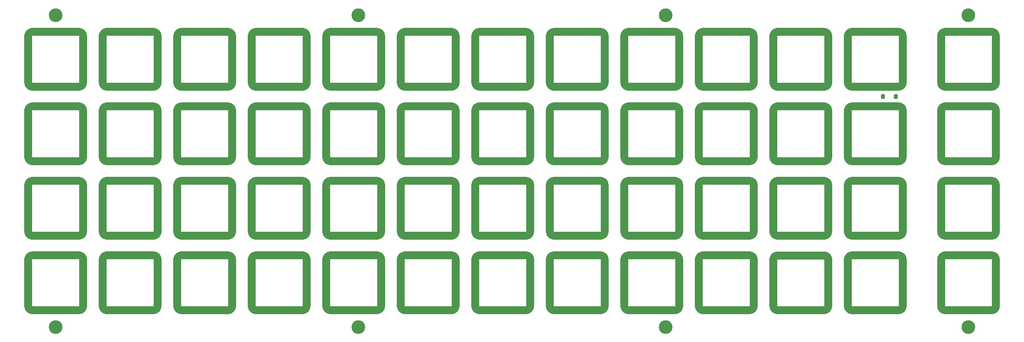
<source format=gbr>
G04 #@! TF.GenerationSoftware,KiCad,Pcbnew,(5.1.10-1-10_14)*
G04 #@! TF.CreationDate,2021-09-26T11:43:42-05:00*
G04 #@! TF.ProjectId,ori_top_plate,6f72695f-746f-4705-9f70-6c6174652e6b,rev?*
G04 #@! TF.SameCoordinates,Original*
G04 #@! TF.FileFunction,Soldermask,Bot*
G04 #@! TF.FilePolarity,Negative*
%FSLAX46Y46*%
G04 Gerber Fmt 4.6, Leading zero omitted, Abs format (unit mm)*
G04 Created by KiCad (PCBNEW (5.1.10-1-10_14)) date 2021-09-26 11:43:42*
%MOMM*%
%LPD*%
G01*
G04 APERTURE LIST*
%ADD10C,2.000000*%
%ADD11C,3.500000*%
G04 APERTURE END LIST*
D10*
X315373170Y-113156700D02*
X315373170Y-101156700D01*
X314373170Y-114156700D02*
X302373170Y-114156700D01*
X301373170Y-113156700D02*
X301373170Y-101156700D01*
X314373170Y-100156700D02*
X302373170Y-100156700D01*
X315373170Y-113156700D02*
G75*
G02*
X314373170Y-114156700I-1000000J0D01*
G01*
X302373170Y-114156700D02*
G75*
G02*
X301373170Y-113156700I0J1000000D01*
G01*
X301373170Y-101156700D02*
G75*
G02*
X302373170Y-100156700I1000000J0D01*
G01*
X314373170Y-100156700D02*
G75*
G02*
X315373170Y-101156700I0J-1000000D01*
G01*
X162972530Y-56006460D02*
X162972530Y-44006460D01*
X161972530Y-57006460D02*
X149972530Y-57006460D01*
X148972530Y-56006460D02*
X148972530Y-44006460D01*
X161972530Y-43006460D02*
X149972530Y-43006460D01*
X162972530Y-56006460D02*
G75*
G02*
X161972530Y-57006460I-1000000J0D01*
G01*
X149972530Y-57006460D02*
G75*
G02*
X148972530Y-56006460I0J1000000D01*
G01*
X148972530Y-44006460D02*
G75*
G02*
X149972530Y-43006460I1000000J0D01*
G01*
X161972530Y-43006460D02*
G75*
G02*
X162972530Y-44006460I0J-1000000D01*
G01*
X396336010Y-113156700D02*
X396336010Y-101156700D01*
X395336010Y-114156700D02*
X383336010Y-114156700D01*
X382336010Y-113156700D02*
X382336010Y-101156700D01*
X395336010Y-100156700D02*
X383336010Y-100156700D01*
X396336010Y-113156700D02*
G75*
G02*
X395336010Y-114156700I-1000000J0D01*
G01*
X383336010Y-114156700D02*
G75*
G02*
X382336010Y-113156700I0J1000000D01*
G01*
X382336010Y-101156700D02*
G75*
G02*
X383336010Y-100156700I1000000J0D01*
G01*
X395336010Y-100156700D02*
G75*
G02*
X396336010Y-101156700I0J-1000000D01*
G01*
X396335890Y-94106428D02*
X396335890Y-82106428D01*
X395335890Y-95106428D02*
X383335890Y-95106428D01*
X382335890Y-94106428D02*
X382335890Y-82106428D01*
X395335890Y-81106428D02*
X383335890Y-81106428D01*
X396335890Y-94106428D02*
G75*
G02*
X395335890Y-95106428I-1000000J0D01*
G01*
X383335890Y-95106428D02*
G75*
G02*
X382335890Y-94106428I0J1000000D01*
G01*
X382335890Y-82106428D02*
G75*
G02*
X383335890Y-81106428I1000000J0D01*
G01*
X395335890Y-81106428D02*
G75*
G02*
X396335890Y-82106428I0J-1000000D01*
G01*
X396335890Y-75056444D02*
X396335890Y-63056444D01*
X395335890Y-76056444D02*
X383335890Y-76056444D01*
X382335890Y-75056444D02*
X382335890Y-63056444D01*
X395335890Y-62056444D02*
X383335890Y-62056444D01*
X396335890Y-75056444D02*
G75*
G02*
X395335890Y-76056444I-1000000J0D01*
G01*
X383335890Y-76056444D02*
G75*
G02*
X382335890Y-75056444I0J1000000D01*
G01*
X382335890Y-63056444D02*
G75*
G02*
X383335890Y-62056444I1000000J0D01*
G01*
X395335890Y-62056444D02*
G75*
G02*
X396335890Y-63056444I0J-1000000D01*
G01*
X396336010Y-56006460D02*
X396336010Y-44006460D01*
X395336010Y-57006460D02*
X383336010Y-57006460D01*
X382336010Y-56006460D02*
X382336010Y-44006460D01*
X395336010Y-43006460D02*
X383336010Y-43006460D01*
X396336010Y-56006460D02*
G75*
G02*
X395336010Y-57006460I-1000000J0D01*
G01*
X383336010Y-57006460D02*
G75*
G02*
X382336010Y-56006460I0J1000000D01*
G01*
X382336010Y-44006460D02*
G75*
G02*
X383336010Y-43006460I1000000J0D01*
G01*
X395336010Y-43006460D02*
G75*
G02*
X396336010Y-44006460I0J-1000000D01*
G01*
X372523410Y-113156700D02*
X372523410Y-101156700D01*
X371523410Y-114156700D02*
X359523410Y-114156700D01*
X358523410Y-113156700D02*
X358523410Y-101156700D01*
X371523410Y-100156700D02*
X359523410Y-100156700D01*
X372523410Y-113156700D02*
G75*
G02*
X371523410Y-114156700I-1000000J0D01*
G01*
X359523410Y-114156700D02*
G75*
G02*
X358523410Y-113156700I0J1000000D01*
G01*
X358523410Y-101156700D02*
G75*
G02*
X359523410Y-100156700I1000000J0D01*
G01*
X371523410Y-100156700D02*
G75*
G02*
X372523410Y-101156700I0J-1000000D01*
G01*
X353473330Y-113160000D02*
X353473330Y-101160000D01*
X352473330Y-114160000D02*
X340473330Y-114160000D01*
X339473330Y-113160000D02*
X339473330Y-101160000D01*
X352473330Y-100160000D02*
X340473330Y-100160000D01*
X353473330Y-113160000D02*
G75*
G02*
X352473330Y-114160000I-1000000J0D01*
G01*
X340473330Y-114160000D02*
G75*
G02*
X339473330Y-113160000I0J1000000D01*
G01*
X339473330Y-101160000D02*
G75*
G02*
X340473330Y-100160000I1000000J0D01*
G01*
X352473330Y-100160000D02*
G75*
G02*
X353473330Y-101160000I0J-1000000D01*
G01*
X334423250Y-113156700D02*
X334423250Y-101156700D01*
X333423250Y-114156700D02*
X321423250Y-114156700D01*
X320423250Y-113156700D02*
X320423250Y-101156700D01*
X333423250Y-100156700D02*
X321423250Y-100156700D01*
X334423250Y-113156700D02*
G75*
G02*
X333423250Y-114156700I-1000000J0D01*
G01*
X321423250Y-114156700D02*
G75*
G02*
X320423250Y-113156700I0J1000000D01*
G01*
X320423250Y-101156700D02*
G75*
G02*
X321423250Y-100156700I1000000J0D01*
G01*
X333423250Y-100156700D02*
G75*
G02*
X334423250Y-101156700I0J-1000000D01*
G01*
X296323090Y-113156700D02*
X296323090Y-101156700D01*
X295323090Y-114156700D02*
X283323090Y-114156700D01*
X282323090Y-113156700D02*
X282323090Y-101156700D01*
X295323090Y-100156700D02*
X283323090Y-100156700D01*
X296323090Y-113156700D02*
G75*
G02*
X295323090Y-114156700I-1000000J0D01*
G01*
X283323090Y-114156700D02*
G75*
G02*
X282323090Y-113156700I0J1000000D01*
G01*
X282323090Y-101156700D02*
G75*
G02*
X283323090Y-100156700I1000000J0D01*
G01*
X295323090Y-100156700D02*
G75*
G02*
X296323090Y-101156700I0J-1000000D01*
G01*
X277273010Y-113156700D02*
X277273010Y-101156700D01*
X276273010Y-114156700D02*
X264273010Y-114156700D01*
X263273010Y-113156700D02*
X263273010Y-101156700D01*
X276273010Y-100156700D02*
X264273010Y-100156700D01*
X277273010Y-113156700D02*
G75*
G02*
X276273010Y-114156700I-1000000J0D01*
G01*
X264273010Y-114156700D02*
G75*
G02*
X263273010Y-113156700I0J1000000D01*
G01*
X263273010Y-101156700D02*
G75*
G02*
X264273010Y-100156700I1000000J0D01*
G01*
X276273010Y-100156700D02*
G75*
G02*
X277273010Y-101156700I0J-1000000D01*
G01*
X258222930Y-113156700D02*
X258222930Y-101156700D01*
X257222930Y-114156700D02*
X245222930Y-114156700D01*
X244222930Y-113156700D02*
X244222930Y-101156700D01*
X257222930Y-100156700D02*
X245222930Y-100156700D01*
X258222930Y-113156700D02*
G75*
G02*
X257222930Y-114156700I-1000000J0D01*
G01*
X245222930Y-114156700D02*
G75*
G02*
X244222930Y-113156700I0J1000000D01*
G01*
X244222930Y-101156700D02*
G75*
G02*
X245222930Y-100156700I1000000J0D01*
G01*
X257222930Y-100156700D02*
G75*
G02*
X258222930Y-101156700I0J-1000000D01*
G01*
X239172850Y-113156700D02*
X239172850Y-101156700D01*
X238172850Y-114156700D02*
X226172850Y-114156700D01*
X225172850Y-113156700D02*
X225172850Y-101156700D01*
X238172850Y-100156700D02*
X226172850Y-100156700D01*
X239172850Y-113156700D02*
G75*
G02*
X238172850Y-114156700I-1000000J0D01*
G01*
X226172850Y-114156700D02*
G75*
G02*
X225172850Y-113156700I0J1000000D01*
G01*
X225172850Y-101156700D02*
G75*
G02*
X226172850Y-100156700I1000000J0D01*
G01*
X238172850Y-100156700D02*
G75*
G02*
X239172850Y-101156700I0J-1000000D01*
G01*
X220122770Y-113156700D02*
X220122770Y-101156700D01*
X219122770Y-114156700D02*
X207122770Y-114156700D01*
X206122770Y-113156700D02*
X206122770Y-101156700D01*
X219122770Y-100156700D02*
X207122770Y-100156700D01*
X220122770Y-113156700D02*
G75*
G02*
X219122770Y-114156700I-1000000J0D01*
G01*
X207122770Y-114156700D02*
G75*
G02*
X206122770Y-113156700I0J1000000D01*
G01*
X206122770Y-101156700D02*
G75*
G02*
X207122770Y-100156700I1000000J0D01*
G01*
X219122770Y-100156700D02*
G75*
G02*
X220122770Y-101156700I0J-1000000D01*
G01*
X201072690Y-113156700D02*
X201072690Y-101156700D01*
X200072690Y-114156700D02*
X188072690Y-114156700D01*
X187072690Y-113156700D02*
X187072690Y-101156700D01*
X200072690Y-100156700D02*
X188072690Y-100156700D01*
X201072690Y-113156700D02*
G75*
G02*
X200072690Y-114156700I-1000000J0D01*
G01*
X188072690Y-114156700D02*
G75*
G02*
X187072690Y-113156700I0J1000000D01*
G01*
X187072690Y-101156700D02*
G75*
G02*
X188072690Y-100156700I1000000J0D01*
G01*
X200072690Y-100156700D02*
G75*
G02*
X201072690Y-101156700I0J-1000000D01*
G01*
X182022610Y-113156700D02*
X182022610Y-101156700D01*
X181022610Y-114156700D02*
X169022610Y-114156700D01*
X168022610Y-113156700D02*
X168022610Y-101156700D01*
X181022610Y-100156700D02*
X169022610Y-100156700D01*
X182022610Y-113156700D02*
G75*
G02*
X181022610Y-114156700I-1000000J0D01*
G01*
X169022610Y-114156700D02*
G75*
G02*
X168022610Y-113156700I0J1000000D01*
G01*
X168022610Y-101156700D02*
G75*
G02*
X169022610Y-100156700I1000000J0D01*
G01*
X181022610Y-100156700D02*
G75*
G02*
X182022610Y-101156700I0J-1000000D01*
G01*
X162972530Y-113156700D02*
X162972530Y-101156700D01*
X161972530Y-114156700D02*
X149972530Y-114156700D01*
X148972530Y-113156700D02*
X148972530Y-101156700D01*
X161972530Y-100156700D02*
X149972530Y-100156700D01*
X162972530Y-113156700D02*
G75*
G02*
X161972530Y-114156700I-1000000J0D01*
G01*
X149972530Y-114156700D02*
G75*
G02*
X148972530Y-113156700I0J1000000D01*
G01*
X148972530Y-101156700D02*
G75*
G02*
X149972530Y-100156700I1000000J0D01*
G01*
X161972530Y-100156700D02*
G75*
G02*
X162972530Y-101156700I0J-1000000D01*
G01*
X372523410Y-94106620D02*
X372523410Y-82106620D01*
X371523410Y-95106620D02*
X359523410Y-95106620D01*
X358523410Y-94106620D02*
X358523410Y-82106620D01*
X371523410Y-81106620D02*
X359523410Y-81106620D01*
X372523410Y-94106620D02*
G75*
G02*
X371523410Y-95106620I-1000000J0D01*
G01*
X359523410Y-95106620D02*
G75*
G02*
X358523410Y-94106620I0J1000000D01*
G01*
X358523410Y-82106620D02*
G75*
G02*
X359523410Y-81106620I1000000J0D01*
G01*
X371523410Y-81106620D02*
G75*
G02*
X372523410Y-82106620I0J-1000000D01*
G01*
X353473330Y-94106620D02*
X353473330Y-82106620D01*
X352473330Y-95106620D02*
X340473330Y-95106620D01*
X339473330Y-94106620D02*
X339473330Y-82106620D01*
X352473330Y-81106620D02*
X340473330Y-81106620D01*
X353473330Y-94106620D02*
G75*
G02*
X352473330Y-95106620I-1000000J0D01*
G01*
X340473330Y-95106620D02*
G75*
G02*
X339473330Y-94106620I0J1000000D01*
G01*
X339473330Y-82106620D02*
G75*
G02*
X340473330Y-81106620I1000000J0D01*
G01*
X352473330Y-81106620D02*
G75*
G02*
X353473330Y-82106620I0J-1000000D01*
G01*
X334423250Y-94106620D02*
X334423250Y-82106620D01*
X333423250Y-95106620D02*
X321423250Y-95106620D01*
X320423250Y-94106620D02*
X320423250Y-82106620D01*
X333423250Y-81106620D02*
X321423250Y-81106620D01*
X334423250Y-94106620D02*
G75*
G02*
X333423250Y-95106620I-1000000J0D01*
G01*
X321423250Y-95106620D02*
G75*
G02*
X320423250Y-94106620I0J1000000D01*
G01*
X320423250Y-82106620D02*
G75*
G02*
X321423250Y-81106620I1000000J0D01*
G01*
X333423250Y-81106620D02*
G75*
G02*
X334423250Y-82106620I0J-1000000D01*
G01*
X315373170Y-94106620D02*
X315373170Y-82106620D01*
X314373170Y-95106620D02*
X302373170Y-95106620D01*
X301373170Y-94106620D02*
X301373170Y-82106620D01*
X314373170Y-81106620D02*
X302373170Y-81106620D01*
X315373170Y-94106620D02*
G75*
G02*
X314373170Y-95106620I-1000000J0D01*
G01*
X302373170Y-95106620D02*
G75*
G02*
X301373170Y-94106620I0J1000000D01*
G01*
X301373170Y-82106620D02*
G75*
G02*
X302373170Y-81106620I1000000J0D01*
G01*
X314373170Y-81106620D02*
G75*
G02*
X315373170Y-82106620I0J-1000000D01*
G01*
X296323090Y-94106620D02*
X296323090Y-82106620D01*
X295323090Y-95106620D02*
X283323090Y-95106620D01*
X282323090Y-94106620D02*
X282323090Y-82106620D01*
X295323090Y-81106620D02*
X283323090Y-81106620D01*
X296323090Y-94106620D02*
G75*
G02*
X295323090Y-95106620I-1000000J0D01*
G01*
X283323090Y-95106620D02*
G75*
G02*
X282323090Y-94106620I0J1000000D01*
G01*
X282323090Y-82106620D02*
G75*
G02*
X283323090Y-81106620I1000000J0D01*
G01*
X295323090Y-81106620D02*
G75*
G02*
X296323090Y-82106620I0J-1000000D01*
G01*
X277273010Y-94106620D02*
X277273010Y-82106620D01*
X276273010Y-95106620D02*
X264273010Y-95106620D01*
X263273010Y-94106620D02*
X263273010Y-82106620D01*
X276273010Y-81106620D02*
X264273010Y-81106620D01*
X277273010Y-94106620D02*
G75*
G02*
X276273010Y-95106620I-1000000J0D01*
G01*
X264273010Y-95106620D02*
G75*
G02*
X263273010Y-94106620I0J1000000D01*
G01*
X263273010Y-82106620D02*
G75*
G02*
X264273010Y-81106620I1000000J0D01*
G01*
X276273010Y-81106620D02*
G75*
G02*
X277273010Y-82106620I0J-1000000D01*
G01*
X258222930Y-94106620D02*
X258222930Y-82106620D01*
X257222930Y-95106620D02*
X245222930Y-95106620D01*
X244222930Y-94106620D02*
X244222930Y-82106620D01*
X257222930Y-81106620D02*
X245222930Y-81106620D01*
X258222930Y-94106620D02*
G75*
G02*
X257222930Y-95106620I-1000000J0D01*
G01*
X245222930Y-95106620D02*
G75*
G02*
X244222930Y-94106620I0J1000000D01*
G01*
X244222930Y-82106620D02*
G75*
G02*
X245222930Y-81106620I1000000J0D01*
G01*
X257222930Y-81106620D02*
G75*
G02*
X258222930Y-82106620I0J-1000000D01*
G01*
X239172850Y-94106620D02*
X239172850Y-82106620D01*
X238172850Y-95106620D02*
X226172850Y-95106620D01*
X225172850Y-94106620D02*
X225172850Y-82106620D01*
X238172850Y-81106620D02*
X226172850Y-81106620D01*
X239172850Y-94106620D02*
G75*
G02*
X238172850Y-95106620I-1000000J0D01*
G01*
X226172850Y-95106620D02*
G75*
G02*
X225172850Y-94106620I0J1000000D01*
G01*
X225172850Y-82106620D02*
G75*
G02*
X226172850Y-81106620I1000000J0D01*
G01*
X238172850Y-81106620D02*
G75*
G02*
X239172850Y-82106620I0J-1000000D01*
G01*
X220122770Y-94106620D02*
X220122770Y-82106620D01*
X219122770Y-95106620D02*
X207122770Y-95106620D01*
X206122770Y-94106620D02*
X206122770Y-82106620D01*
X219122770Y-81106620D02*
X207122770Y-81106620D01*
X220122770Y-94106620D02*
G75*
G02*
X219122770Y-95106620I-1000000J0D01*
G01*
X207122770Y-95106620D02*
G75*
G02*
X206122770Y-94106620I0J1000000D01*
G01*
X206122770Y-82106620D02*
G75*
G02*
X207122770Y-81106620I1000000J0D01*
G01*
X219122770Y-81106620D02*
G75*
G02*
X220122770Y-82106620I0J-1000000D01*
G01*
X201072690Y-94106620D02*
X201072690Y-82106620D01*
X200072690Y-95106620D02*
X188072690Y-95106620D01*
X187072690Y-94106620D02*
X187072690Y-82106620D01*
X200072690Y-81106620D02*
X188072690Y-81106620D01*
X201072690Y-94106620D02*
G75*
G02*
X200072690Y-95106620I-1000000J0D01*
G01*
X188072690Y-95106620D02*
G75*
G02*
X187072690Y-94106620I0J1000000D01*
G01*
X187072690Y-82106620D02*
G75*
G02*
X188072690Y-81106620I1000000J0D01*
G01*
X200072690Y-81106620D02*
G75*
G02*
X201072690Y-82106620I0J-1000000D01*
G01*
X182022610Y-94106620D02*
X182022610Y-82106620D01*
X181022610Y-95106620D02*
X169022610Y-95106620D01*
X168022610Y-94106620D02*
X168022610Y-82106620D01*
X181022610Y-81106620D02*
X169022610Y-81106620D01*
X182022610Y-94106620D02*
G75*
G02*
X181022610Y-95106620I-1000000J0D01*
G01*
X169022610Y-95106620D02*
G75*
G02*
X168022610Y-94106620I0J1000000D01*
G01*
X168022610Y-82106620D02*
G75*
G02*
X169022610Y-81106620I1000000J0D01*
G01*
X181022610Y-81106620D02*
G75*
G02*
X182022610Y-82106620I0J-1000000D01*
G01*
X162972530Y-94106620D02*
X162972530Y-82106620D01*
X161972530Y-95106620D02*
X149972530Y-95106620D01*
X148972530Y-94106620D02*
X148972530Y-82106620D01*
X161972530Y-81106620D02*
X149972530Y-81106620D01*
X162972530Y-94106620D02*
G75*
G02*
X161972530Y-95106620I-1000000J0D01*
G01*
X149972530Y-95106620D02*
G75*
G02*
X148972530Y-94106620I0J1000000D01*
G01*
X148972530Y-82106620D02*
G75*
G02*
X149972530Y-81106620I1000000J0D01*
G01*
X161972530Y-81106620D02*
G75*
G02*
X162972530Y-82106620I0J-1000000D01*
G01*
X372523410Y-75056540D02*
X372523410Y-63056540D01*
X371523410Y-76056540D02*
X359523410Y-76056540D01*
X358523410Y-75056540D02*
X358523410Y-63056540D01*
X371523410Y-62056540D02*
X359523410Y-62056540D01*
X372523410Y-75056540D02*
G75*
G02*
X371523410Y-76056540I-1000000J0D01*
G01*
X359523410Y-76056540D02*
G75*
G02*
X358523410Y-75056540I0J1000000D01*
G01*
X358523410Y-63056540D02*
G75*
G02*
X359523410Y-62056540I1000000J0D01*
G01*
X371523410Y-62056540D02*
G75*
G02*
X372523410Y-63056540I0J-1000000D01*
G01*
X353473330Y-75056540D02*
X353473330Y-63056540D01*
X352473330Y-76056540D02*
X340473330Y-76056540D01*
X339473330Y-75056540D02*
X339473330Y-63056540D01*
X352473330Y-62056540D02*
X340473330Y-62056540D01*
X353473330Y-75056540D02*
G75*
G02*
X352473330Y-76056540I-1000000J0D01*
G01*
X340473330Y-76056540D02*
G75*
G02*
X339473330Y-75056540I0J1000000D01*
G01*
X339473330Y-63056540D02*
G75*
G02*
X340473330Y-62056540I1000000J0D01*
G01*
X352473330Y-62056540D02*
G75*
G02*
X353473330Y-63056540I0J-1000000D01*
G01*
X334423250Y-75056540D02*
X334423250Y-63056540D01*
X333423250Y-76056540D02*
X321423250Y-76056540D01*
X320423250Y-75056540D02*
X320423250Y-63056540D01*
X333423250Y-62056540D02*
X321423250Y-62056540D01*
X334423250Y-75056540D02*
G75*
G02*
X333423250Y-76056540I-1000000J0D01*
G01*
X321423250Y-76056540D02*
G75*
G02*
X320423250Y-75056540I0J1000000D01*
G01*
X320423250Y-63056540D02*
G75*
G02*
X321423250Y-62056540I1000000J0D01*
G01*
X333423250Y-62056540D02*
G75*
G02*
X334423250Y-63056540I0J-1000000D01*
G01*
X315373170Y-75056540D02*
X315373170Y-63056540D01*
X314373170Y-76056540D02*
X302373170Y-76056540D01*
X301373170Y-75056540D02*
X301373170Y-63056540D01*
X314373170Y-62056540D02*
X302373170Y-62056540D01*
X315373170Y-75056540D02*
G75*
G02*
X314373170Y-76056540I-1000000J0D01*
G01*
X302373170Y-76056540D02*
G75*
G02*
X301373170Y-75056540I0J1000000D01*
G01*
X301373170Y-63056540D02*
G75*
G02*
X302373170Y-62056540I1000000J0D01*
G01*
X314373170Y-62056540D02*
G75*
G02*
X315373170Y-63056540I0J-1000000D01*
G01*
X296323090Y-75056540D02*
X296323090Y-63056540D01*
X295323090Y-76056540D02*
X283323090Y-76056540D01*
X282323090Y-75056540D02*
X282323090Y-63056540D01*
X295323090Y-62056540D02*
X283323090Y-62056540D01*
X296323090Y-75056540D02*
G75*
G02*
X295323090Y-76056540I-1000000J0D01*
G01*
X283323090Y-76056540D02*
G75*
G02*
X282323090Y-75056540I0J1000000D01*
G01*
X282323090Y-63056540D02*
G75*
G02*
X283323090Y-62056540I1000000J0D01*
G01*
X295323090Y-62056540D02*
G75*
G02*
X296323090Y-63056540I0J-1000000D01*
G01*
X277273010Y-75056540D02*
X277273010Y-63056540D01*
X276273010Y-76056540D02*
X264273010Y-76056540D01*
X263273010Y-75056540D02*
X263273010Y-63056540D01*
X276273010Y-62056540D02*
X264273010Y-62056540D01*
X277273010Y-75056540D02*
G75*
G02*
X276273010Y-76056540I-1000000J0D01*
G01*
X264273010Y-76056540D02*
G75*
G02*
X263273010Y-75056540I0J1000000D01*
G01*
X263273010Y-63056540D02*
G75*
G02*
X264273010Y-62056540I1000000J0D01*
G01*
X276273010Y-62056540D02*
G75*
G02*
X277273010Y-63056540I0J-1000000D01*
G01*
X258222930Y-75056540D02*
X258222930Y-63056540D01*
X257222930Y-76056540D02*
X245222930Y-76056540D01*
X244222930Y-75056540D02*
X244222930Y-63056540D01*
X257222930Y-62056540D02*
X245222930Y-62056540D01*
X258222930Y-75056540D02*
G75*
G02*
X257222930Y-76056540I-1000000J0D01*
G01*
X245222930Y-76056540D02*
G75*
G02*
X244222930Y-75056540I0J1000000D01*
G01*
X244222930Y-63056540D02*
G75*
G02*
X245222930Y-62056540I1000000J0D01*
G01*
X257222930Y-62056540D02*
G75*
G02*
X258222930Y-63056540I0J-1000000D01*
G01*
X239172850Y-75056540D02*
X239172850Y-63056540D01*
X238172850Y-76056540D02*
X226172850Y-76056540D01*
X225172850Y-75056540D02*
X225172850Y-63056540D01*
X238172850Y-62056540D02*
X226172850Y-62056540D01*
X239172850Y-75056540D02*
G75*
G02*
X238172850Y-76056540I-1000000J0D01*
G01*
X226172850Y-76056540D02*
G75*
G02*
X225172850Y-75056540I0J1000000D01*
G01*
X225172850Y-63056540D02*
G75*
G02*
X226172850Y-62056540I1000000J0D01*
G01*
X238172850Y-62056540D02*
G75*
G02*
X239172850Y-63056540I0J-1000000D01*
G01*
X220122770Y-75056540D02*
X220122770Y-63056540D01*
X219122770Y-76056540D02*
X207122770Y-76056540D01*
X206122770Y-75056540D02*
X206122770Y-63056540D01*
X219122770Y-62056540D02*
X207122770Y-62056540D01*
X220122770Y-75056540D02*
G75*
G02*
X219122770Y-76056540I-1000000J0D01*
G01*
X207122770Y-76056540D02*
G75*
G02*
X206122770Y-75056540I0J1000000D01*
G01*
X206122770Y-63056540D02*
G75*
G02*
X207122770Y-62056540I1000000J0D01*
G01*
X219122770Y-62056540D02*
G75*
G02*
X220122770Y-63056540I0J-1000000D01*
G01*
X201072690Y-75056540D02*
X201072690Y-63056540D01*
X200072690Y-76056540D02*
X188072690Y-76056540D01*
X187072690Y-75056540D02*
X187072690Y-63056540D01*
X200072690Y-62056540D02*
X188072690Y-62056540D01*
X201072690Y-75056540D02*
G75*
G02*
X200072690Y-76056540I-1000000J0D01*
G01*
X188072690Y-76056540D02*
G75*
G02*
X187072690Y-75056540I0J1000000D01*
G01*
X187072690Y-63056540D02*
G75*
G02*
X188072690Y-62056540I1000000J0D01*
G01*
X200072690Y-62056540D02*
G75*
G02*
X201072690Y-63056540I0J-1000000D01*
G01*
X182022610Y-75056540D02*
X182022610Y-63056540D01*
X181022610Y-76056540D02*
X169022610Y-76056540D01*
X168022610Y-75056540D02*
X168022610Y-63056540D01*
X181022610Y-62056540D02*
X169022610Y-62056540D01*
X182022610Y-75056540D02*
G75*
G02*
X181022610Y-76056540I-1000000J0D01*
G01*
X169022610Y-76056540D02*
G75*
G02*
X168022610Y-75056540I0J1000000D01*
G01*
X168022610Y-63056540D02*
G75*
G02*
X169022610Y-62056540I1000000J0D01*
G01*
X181022610Y-62056540D02*
G75*
G02*
X182022610Y-63056540I0J-1000000D01*
G01*
X162972530Y-75056540D02*
X162972530Y-63056540D01*
X161972530Y-76056540D02*
X149972530Y-76056540D01*
X148972530Y-75056540D02*
X148972530Y-63056540D01*
X161972530Y-62056540D02*
X149972530Y-62056540D01*
X162972530Y-75056540D02*
G75*
G02*
X161972530Y-76056540I-1000000J0D01*
G01*
X149972530Y-76056540D02*
G75*
G02*
X148972530Y-75056540I0J1000000D01*
G01*
X148972530Y-63056540D02*
G75*
G02*
X149972530Y-62056540I1000000J0D01*
G01*
X161972530Y-62056540D02*
G75*
G02*
X162972530Y-63056540I0J-1000000D01*
G01*
X372523410Y-56006460D02*
X372523410Y-44006460D01*
X371523410Y-57006460D02*
X359523410Y-57006460D01*
X358523410Y-56006460D02*
X358523410Y-44006460D01*
X371523410Y-43006460D02*
X359523410Y-43006460D01*
X372523410Y-56006460D02*
G75*
G02*
X371523410Y-57006460I-1000000J0D01*
G01*
X359523410Y-57006460D02*
G75*
G02*
X358523410Y-56006460I0J1000000D01*
G01*
X358523410Y-44006460D02*
G75*
G02*
X359523410Y-43006460I1000000J0D01*
G01*
X371523410Y-43006460D02*
G75*
G02*
X372523410Y-44006460I0J-1000000D01*
G01*
X353473330Y-56006460D02*
X353473330Y-44006460D01*
X352473330Y-57006460D02*
X340473330Y-57006460D01*
X339473330Y-56006460D02*
X339473330Y-44006460D01*
X352473330Y-43006460D02*
X340473330Y-43006460D01*
X353473330Y-56006460D02*
G75*
G02*
X352473330Y-57006460I-1000000J0D01*
G01*
X340473330Y-57006460D02*
G75*
G02*
X339473330Y-56006460I0J1000000D01*
G01*
X339473330Y-44006460D02*
G75*
G02*
X340473330Y-43006460I1000000J0D01*
G01*
X352473330Y-43006460D02*
G75*
G02*
X353473330Y-44006460I0J-1000000D01*
G01*
X334423250Y-56006460D02*
X334423250Y-44006460D01*
X333423250Y-57006460D02*
X321423250Y-57006460D01*
X320423250Y-56006460D02*
X320423250Y-44006460D01*
X333423250Y-43006460D02*
X321423250Y-43006460D01*
X334423250Y-56006460D02*
G75*
G02*
X333423250Y-57006460I-1000000J0D01*
G01*
X321423250Y-57006460D02*
G75*
G02*
X320423250Y-56006460I0J1000000D01*
G01*
X320423250Y-44006460D02*
G75*
G02*
X321423250Y-43006460I1000000J0D01*
G01*
X333423250Y-43006460D02*
G75*
G02*
X334423250Y-44006460I0J-1000000D01*
G01*
X315373170Y-56006460D02*
X315373170Y-44006460D01*
X314373170Y-57006460D02*
X302373170Y-57006460D01*
X301373170Y-56006460D02*
X301373170Y-44006460D01*
X314373170Y-43006460D02*
X302373170Y-43006460D01*
X315373170Y-56006460D02*
G75*
G02*
X314373170Y-57006460I-1000000J0D01*
G01*
X302373170Y-57006460D02*
G75*
G02*
X301373170Y-56006460I0J1000000D01*
G01*
X301373170Y-44006460D02*
G75*
G02*
X302373170Y-43006460I1000000J0D01*
G01*
X314373170Y-43006460D02*
G75*
G02*
X315373170Y-44006460I0J-1000000D01*
G01*
X296323090Y-56006460D02*
X296323090Y-44006460D01*
X295323090Y-57006460D02*
X283323090Y-57006460D01*
X282323090Y-56006460D02*
X282323090Y-44006460D01*
X295323090Y-43006460D02*
X283323090Y-43006460D01*
X296323090Y-56006460D02*
G75*
G02*
X295323090Y-57006460I-1000000J0D01*
G01*
X283323090Y-57006460D02*
G75*
G02*
X282323090Y-56006460I0J1000000D01*
G01*
X282323090Y-44006460D02*
G75*
G02*
X283323090Y-43006460I1000000J0D01*
G01*
X295323090Y-43006460D02*
G75*
G02*
X296323090Y-44006460I0J-1000000D01*
G01*
X277273010Y-56006460D02*
X277273010Y-44006460D01*
X276273010Y-57006460D02*
X264273010Y-57006460D01*
X263273010Y-56006460D02*
X263273010Y-44006460D01*
X276273010Y-43006460D02*
X264273010Y-43006460D01*
X277273010Y-56006460D02*
G75*
G02*
X276273010Y-57006460I-1000000J0D01*
G01*
X264273010Y-57006460D02*
G75*
G02*
X263273010Y-56006460I0J1000000D01*
G01*
X263273010Y-44006460D02*
G75*
G02*
X264273010Y-43006460I1000000J0D01*
G01*
X276273010Y-43006460D02*
G75*
G02*
X277273010Y-44006460I0J-1000000D01*
G01*
X258222930Y-56006460D02*
X258222930Y-44006460D01*
X257222930Y-57006460D02*
X245222930Y-57006460D01*
X244222930Y-56006460D02*
X244222930Y-44006460D01*
X257222930Y-43006460D02*
X245222930Y-43006460D01*
X258222930Y-56006460D02*
G75*
G02*
X257222930Y-57006460I-1000000J0D01*
G01*
X245222930Y-57006460D02*
G75*
G02*
X244222930Y-56006460I0J1000000D01*
G01*
X244222930Y-44006460D02*
G75*
G02*
X245222930Y-43006460I1000000J0D01*
G01*
X257222930Y-43006460D02*
G75*
G02*
X258222930Y-44006460I0J-1000000D01*
G01*
X239172850Y-56006460D02*
X239172850Y-44006460D01*
X238172850Y-57006460D02*
X226172850Y-57006460D01*
X225172850Y-56006460D02*
X225172850Y-44006460D01*
X238172850Y-43006460D02*
X226172850Y-43006460D01*
X239172850Y-56006460D02*
G75*
G02*
X238172850Y-57006460I-1000000J0D01*
G01*
X226172850Y-57006460D02*
G75*
G02*
X225172850Y-56006460I0J1000000D01*
G01*
X225172850Y-44006460D02*
G75*
G02*
X226172850Y-43006460I1000000J0D01*
G01*
X238172850Y-43006460D02*
G75*
G02*
X239172850Y-44006460I0J-1000000D01*
G01*
X220122770Y-56006460D02*
X220122770Y-44006460D01*
X219122770Y-57006460D02*
X207122770Y-57006460D01*
X206122770Y-56006460D02*
X206122770Y-44006460D01*
X219122770Y-43006460D02*
X207122770Y-43006460D01*
X220122770Y-56006460D02*
G75*
G02*
X219122770Y-57006460I-1000000J0D01*
G01*
X207122770Y-57006460D02*
G75*
G02*
X206122770Y-56006460I0J1000000D01*
G01*
X206122770Y-44006460D02*
G75*
G02*
X207122770Y-43006460I1000000J0D01*
G01*
X219122770Y-43006460D02*
G75*
G02*
X220122770Y-44006460I0J-1000000D01*
G01*
X201072690Y-56006460D02*
X201072690Y-44006460D01*
X200072690Y-57006460D02*
X188072690Y-57006460D01*
X187072690Y-56006460D02*
X187072690Y-44006460D01*
X200072690Y-43006460D02*
X188072690Y-43006460D01*
X201072690Y-56006460D02*
G75*
G02*
X200072690Y-57006460I-1000000J0D01*
G01*
X188072690Y-57006460D02*
G75*
G02*
X187072690Y-56006460I0J1000000D01*
G01*
X187072690Y-44006460D02*
G75*
G02*
X188072690Y-43006460I1000000J0D01*
G01*
X200072690Y-43006460D02*
G75*
G02*
X201072690Y-44006460I0J-1000000D01*
G01*
X182022610Y-56006460D02*
X182022610Y-44006460D01*
X181022610Y-57006460D02*
X169022610Y-57006460D01*
X168022610Y-56006460D02*
X168022610Y-44006460D01*
X181022610Y-43006460D02*
X169022610Y-43006460D01*
X182022610Y-56006460D02*
G75*
G02*
X181022610Y-57006460I-1000000J0D01*
G01*
X169022610Y-57006460D02*
G75*
G02*
X168022610Y-56006460I0J1000000D01*
G01*
X168022610Y-44006460D02*
G75*
G02*
X169022610Y-43006460I1000000J0D01*
G01*
X181022610Y-43006460D02*
G75*
G02*
X182022610Y-44006460I0J-1000000D01*
G01*
G36*
G01*
X370270360Y-59868904D02*
X370270360Y-59168904D01*
G75*
G02*
X370520360Y-58918904I250000J0D01*
G01*
X371020360Y-58918904D01*
G75*
G02*
X371270360Y-59168904I0J-250000D01*
G01*
X371270360Y-59868904D01*
G75*
G02*
X371020360Y-60118904I-250000J0D01*
G01*
X370520360Y-60118904D01*
G75*
G02*
X370270360Y-59868904I0J250000D01*
G01*
G37*
G36*
G01*
X366970360Y-59868904D02*
X366970360Y-59168904D01*
G75*
G02*
X367220360Y-58918904I250000J0D01*
G01*
X367720360Y-58918904D01*
G75*
G02*
X367970360Y-59168904I0J-250000D01*
G01*
X367970360Y-59868904D01*
G75*
G02*
X367720360Y-60118904I-250000J0D01*
G01*
X367220360Y-60118904D01*
G75*
G02*
X366970360Y-59868904I0J250000D01*
G01*
G37*
D11*
X155973586Y-38695532D03*
X155973586Y-118467340D03*
X233364146Y-38695532D03*
X233364146Y-118454889D03*
X311945330Y-38695532D03*
X311945330Y-118467340D03*
X389335890Y-38695532D03*
X389335890Y-118467340D03*
M02*

</source>
